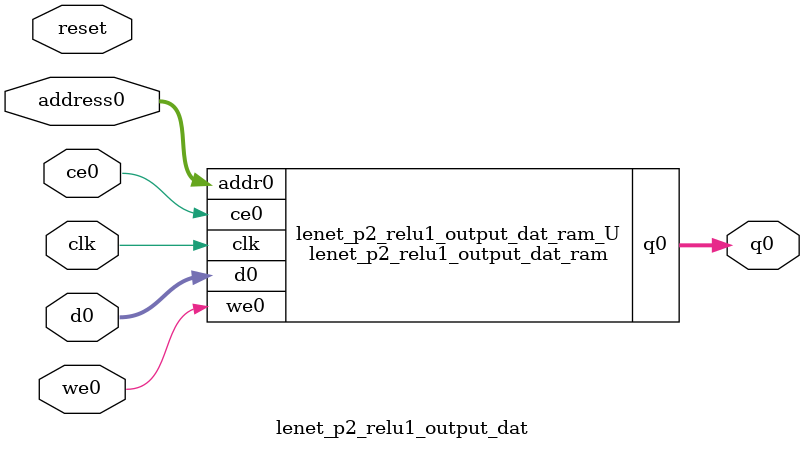
<source format=v>
`timescale 1 ns / 1 ps
module lenet_p2_relu1_output_dat_ram (addr0, ce0, d0, we0, q0,  clk);

parameter DWIDTH = 15;
parameter AWIDTH = 11;
parameter MEM_SIZE = 1176;

input[AWIDTH-1:0] addr0;
input ce0;
input[DWIDTH-1:0] d0;
input we0;
output reg[DWIDTH-1:0] q0;
input clk;

(* ram_style = "block" *)reg [DWIDTH-1:0] ram[0:MEM_SIZE-1];




always @(posedge clk)  
begin 
    if (ce0) 
    begin
        if (we0) 
        begin 
            ram[addr0] <= d0; 
        end 
        q0 <= ram[addr0];
    end
end


endmodule

`timescale 1 ns / 1 ps
module lenet_p2_relu1_output_dat(
    reset,
    clk,
    address0,
    ce0,
    we0,
    d0,
    q0);

parameter DataWidth = 32'd15;
parameter AddressRange = 32'd1176;
parameter AddressWidth = 32'd11;
input reset;
input clk;
input[AddressWidth - 1:0] address0;
input ce0;
input we0;
input[DataWidth - 1:0] d0;
output[DataWidth - 1:0] q0;



lenet_p2_relu1_output_dat_ram lenet_p2_relu1_output_dat_ram_U(
    .clk( clk ),
    .addr0( address0 ),
    .ce0( ce0 ),
    .we0( we0 ),
    .d0( d0 ),
    .q0( q0 ));

endmodule


</source>
